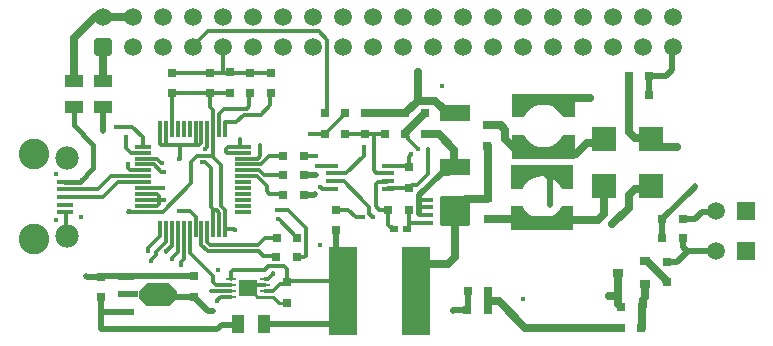
<source format=gtl>
G04*
G04 #@! TF.GenerationSoftware,Altium Limited,Altium Designer,20.2.5 (213)*
G04*
G04 Layer_Physical_Order=1*
G04 Layer_Color=255*
%FSLAX42Y42*%
%MOMM*%
G71*
G04*
G04 #@! TF.SameCoordinates,6F224850-DB23-45E0-B5EC-48CDDA7698CB*
G04*
G04*
G04 #@! TF.FilePolarity,Positive*
G04*
G01*
G75*
%ADD15C,0.25*%
%ADD18C,0.38*%
%ADD70R,0.95X0.65*%
%ADD71R,0.80X0.80*%
%ADD72R,1.48X0.30*%
%ADD73R,0.30X1.48*%
G04:AMPARAMS|DCode=74|XSize=2.4mm|YSize=7.5mm|CornerRadius=0.05mm|HoleSize=0mm|Usage=FLASHONLY|Rotation=0.000|XOffset=0mm|YOffset=0mm|HoleType=Round|Shape=RoundedRectangle|*
%AMROUNDEDRECTD74*
21,1,2.40,7.40,0,0,0.0*
21,1,2.30,7.50,0,0,0.0*
1,1,0.10,1.15,-3.70*
1,1,0.10,-1.15,-3.70*
1,1,0.10,-1.15,3.70*
1,1,0.10,1.15,3.70*
%
%ADD74ROUNDEDRECTD74*%
%ADD75R,1.40X0.60*%
%ADD76R,1.80X0.60*%
%ADD77R,0.80X0.80*%
%ADD78R,1.10X0.40*%
G04:AMPARAMS|DCode=79|XSize=0.4mm|YSize=1.1mm|CornerRadius=0.1mm|HoleSize=0mm|Usage=FLASHONLY|Rotation=90.000|XOffset=0mm|YOffset=0mm|HoleType=Round|Shape=RoundedRectangle|*
%AMROUNDEDRECTD79*
21,1,0.40,0.90,0,0,90.0*
21,1,0.20,1.10,0,0,90.0*
1,1,0.20,0.45,0.10*
1,1,0.20,0.45,-0.10*
1,1,0.20,-0.45,-0.10*
1,1,0.20,-0.45,0.10*
%
%ADD79ROUNDEDRECTD79*%
%ADD80R,0.84X0.27*%
%ADD81R,1.63X1.43*%
%ADD82R,2.60X1.40*%
G04:AMPARAMS|DCode=83|XSize=2.51mm|YSize=2.55mm|CornerRadius=0.05mm|HoleSize=0mm|Usage=FLASHONLY|Rotation=0.000|XOffset=0mm|YOffset=0mm|HoleType=Round|Shape=RoundedRectangle|*
%AMROUNDEDRECTD83*
21,1,2.51,2.45,0,0,0.0*
21,1,2.41,2.55,0,0,0.0*
1,1,0.10,1.20,-1.22*
1,1,0.10,-1.20,-1.22*
1,1,0.10,-1.20,1.22*
1,1,0.10,1.20,1.22*
%
%ADD83ROUNDEDRECTD83*%
G04:AMPARAMS|DCode=84|XSize=0.4mm|YSize=0.7mm|CornerRadius=0.1mm|HoleSize=0mm|Usage=FLASHONLY|Rotation=270.000|XOffset=0mm|YOffset=0mm|HoleType=Round|Shape=RoundedRectangle|*
%AMROUNDEDRECTD84*
21,1,0.40,0.50,0,0,270.0*
21,1,0.20,0.70,0,0,270.0*
1,1,0.20,-0.25,-0.10*
1,1,0.20,-0.25,0.10*
1,1,0.20,0.25,0.10*
1,1,0.20,0.25,-0.10*
%
%ADD84ROUNDEDRECTD84*%
%ADD85R,0.50X0.50*%
%ADD86R,1.35X0.40*%
%ADD87R,1.00X1.50*%
%ADD88R,1.50X1.00*%
%ADD89R,0.80X0.60*%
%ADD90R,2.00X2.00*%
%ADD91C,0.51*%
%ADD92C,0.64*%
%ADD93C,0.30*%
%ADD94C,0.43*%
%ADD95C,1.50*%
G04:AMPARAMS|DCode=96|XSize=1.5mm|YSize=1.5mm|CornerRadius=0.23mm|HoleSize=0mm|Usage=FLASHONLY|Rotation=0.000|XOffset=0mm|YOffset=0mm|HoleType=Round|Shape=RoundedRectangle|*
%AMROUNDEDRECTD96*
21,1,1.50,1.05,0,0,0.0*
21,1,1.05,1.50,0,0,0.0*
1,1,0.45,0.53,-0.53*
1,1,0.45,-0.53,-0.53*
1,1,0.45,-0.53,0.53*
1,1,0.45,0.53,0.53*
%
%ADD96ROUNDEDRECTD96*%
%ADD97R,1.50X1.50*%
%ADD98C,2.59*%
%ADD99C,1.97*%
%ADD100C,0.40*%
%ADD101C,0.45*%
%ADD102C,0.50*%
G36*
X1148Y455D02*
X1212Y520D01*
X1402D01*
X1468Y455D01*
Y395D01*
X1402Y330D01*
X1212D01*
X1148Y395D01*
Y455D01*
D02*
G37*
G36*
X4724Y1170D02*
X4710Y1145D01*
X4688Y1117D01*
X4660Y1095D01*
X4629Y1078D01*
X4595Y1068D01*
X4560Y1064D01*
X4525Y1068D01*
X4491Y1078D01*
X4460Y1095D01*
X4432Y1117D01*
X4410Y1145D01*
X4396Y1170D01*
X4295D01*
Y970D01*
X4825D01*
Y1170D01*
X4724D01*
D02*
G37*
G36*
Y1320D02*
X4710Y1345D01*
X4688Y1373D01*
X4660Y1395D01*
X4629Y1412D01*
X4595Y1422D01*
X4560Y1426D01*
X4525Y1422D01*
X4491Y1412D01*
X4460Y1395D01*
X4432Y1373D01*
X4410Y1345D01*
X4396Y1320D01*
X4295D01*
Y1520D01*
X4825D01*
Y1320D01*
X4724D01*
D02*
G37*
G36*
X4734Y1775D02*
X4720Y1750D01*
X4698Y1722D01*
X4670Y1700D01*
X4639Y1683D01*
X4605Y1673D01*
X4570Y1669D01*
X4535Y1673D01*
X4501Y1683D01*
X4470Y1700D01*
X4442Y1722D01*
X4420Y1750D01*
X4406Y1775D01*
X4305D01*
Y1575D01*
X4835D01*
Y1775D01*
X4734D01*
D02*
G37*
G36*
Y1925D02*
X4720Y1950D01*
X4698Y1978D01*
X4670Y2000D01*
X4639Y2017D01*
X4605Y2027D01*
X4570Y2031D01*
X4535Y2027D01*
X4501Y2017D01*
X4470Y2000D01*
X4442Y1978D01*
X4420Y1950D01*
X4406Y1925D01*
X4305D01*
Y2125D01*
X4835D01*
Y1925D01*
X4734D01*
D02*
G37*
D15*
X2145Y405D02*
X2211D01*
X2108Y443D02*
X2145Y405D01*
X2403Y355D02*
X2403Y355D01*
X2333Y355D02*
X2403D01*
X2211Y405D02*
X2283D01*
X2333Y355D01*
D18*
X525Y930D02*
X535Y920D01*
X524Y1120D02*
X525Y1119D01*
X522Y1120D02*
X524D01*
X525Y930D02*
Y1119D01*
D70*
X5202Y610D02*
D03*
X5432Y705D02*
D03*
Y515D02*
D03*
D71*
X5403Y315D02*
D03*
X5228D02*
D03*
X4102Y290D02*
D03*
X3927D02*
D03*
X4105Y457D02*
D03*
X3930D02*
D03*
X5293Y2110D02*
D03*
X5468D02*
D03*
X2485Y740D02*
D03*
X2310D02*
D03*
X2488Y905D02*
D03*
X2312D02*
D03*
X3255Y1143D02*
D03*
X3430D02*
D03*
X2542Y1432D02*
D03*
X2367D02*
D03*
X2365Y1267D02*
D03*
X2540D02*
D03*
X2365Y1598D02*
D03*
X2540D02*
D03*
X5753Y1065D02*
D03*
X5578D02*
D03*
X5293Y2275D02*
D03*
X5468D02*
D03*
X5578Y900D02*
D03*
X5753D02*
D03*
X5225Y143D02*
D03*
X5400D02*
D03*
D72*
X1176Y1675D02*
D03*
Y1625D02*
D03*
Y1575D02*
D03*
Y1525D02*
D03*
Y1475D02*
D03*
Y1425D02*
D03*
Y1375D02*
D03*
Y1325D02*
D03*
Y1275D02*
D03*
Y1225D02*
D03*
Y1175D02*
D03*
Y1125D02*
D03*
X2024D02*
D03*
Y1175D02*
D03*
Y1225D02*
D03*
Y1275D02*
D03*
Y1325D02*
D03*
Y1375D02*
D03*
Y1425D02*
D03*
Y1475D02*
D03*
Y1525D02*
D03*
Y1575D02*
D03*
Y1625D02*
D03*
Y1675D02*
D03*
D73*
X1325Y976D02*
D03*
X1375D02*
D03*
X1425D02*
D03*
X1475D02*
D03*
X1525D02*
D03*
X1575D02*
D03*
X1625D02*
D03*
X1675D02*
D03*
X1725D02*
D03*
X1775D02*
D03*
X1825D02*
D03*
X1875D02*
D03*
Y1824D02*
D03*
X1825D02*
D03*
X1775D02*
D03*
X1725D02*
D03*
X1675D02*
D03*
X1625D02*
D03*
X1575D02*
D03*
X1525D02*
D03*
X1475D02*
D03*
X1425D02*
D03*
X1375D02*
D03*
X1325D02*
D03*
D74*
X3490Y450D02*
D03*
X2870D02*
D03*
D75*
X1038Y575D02*
D03*
Y275D02*
D03*
D76*
X1057Y425D02*
D03*
D77*
X2725Y1783D02*
D03*
Y1958D02*
D03*
X5615Y528D02*
D03*
Y703D02*
D03*
X3568Y1957D02*
D03*
Y1782D02*
D03*
X2813Y1142D02*
D03*
Y967D02*
D03*
X3060Y1957D02*
D03*
Y1782D02*
D03*
X2890Y1957D02*
D03*
Y1782D02*
D03*
X2403Y530D02*
D03*
Y355D02*
D03*
X3400Y1783D02*
D03*
Y1958D02*
D03*
X4095Y1680D02*
D03*
Y1855D02*
D03*
X3430Y1328D02*
D03*
Y1503D02*
D03*
X4100Y1237D02*
D03*
Y1062D02*
D03*
X3230Y1783D02*
D03*
Y1958D02*
D03*
X1610Y577D02*
D03*
Y402D02*
D03*
X825Y576D02*
D03*
Y401D02*
D03*
X2260Y2302D02*
D03*
Y2127D02*
D03*
X2088Y2302D02*
D03*
Y2127D02*
D03*
X1425Y2302D02*
D03*
Y2127D02*
D03*
X1920Y2304D02*
D03*
Y2129D02*
D03*
X1745Y2302D02*
D03*
Y2127D02*
D03*
D78*
X3253Y1320D02*
D03*
Y1385D02*
D03*
Y1450D02*
D03*
Y1515D02*
D03*
X2783Y1320D02*
D03*
Y1385D02*
D03*
Y1450D02*
D03*
D79*
Y1515D02*
D03*
D80*
X1924Y555D02*
D03*
Y505D02*
D03*
Y455D02*
D03*
Y405D02*
D03*
X2211D02*
D03*
Y455D02*
D03*
Y505D02*
D03*
Y555D02*
D03*
D81*
X2067Y480D02*
D03*
D82*
X3820Y1500D02*
D03*
Y1960D02*
D03*
D83*
Y1130D02*
D03*
D84*
X3910Y1227D02*
D03*
Y1162D02*
D03*
Y1098D02*
D03*
Y1032D02*
D03*
X3601D02*
D03*
Y1098D02*
D03*
Y1162D02*
D03*
Y1227D02*
D03*
D85*
X4570Y1617D02*
D03*
Y2085D02*
D03*
X4560Y1012D02*
D03*
Y1480D02*
D03*
D86*
X522Y1380D02*
D03*
Y1315D02*
D03*
Y1250D02*
D03*
Y1185D02*
D03*
Y1120D02*
D03*
D87*
X1983Y175D02*
D03*
X2202D02*
D03*
D88*
X843Y2012D02*
D03*
Y2233D02*
D03*
X597Y2010D02*
D03*
Y2230D02*
D03*
D89*
X3303Y982D02*
D03*
X3412D02*
D03*
D90*
X5480Y1740D02*
D03*
X5080D02*
D03*
X5480Y1340D02*
D03*
X5080D02*
D03*
D91*
X5578Y1065D02*
X5850Y1338D01*
Y1340D01*
X3925Y290D02*
X3929Y294D01*
X3925Y290D02*
X3927D01*
X3805D02*
X3925D01*
X3803Y288D02*
X3805Y290D01*
X3929Y456D02*
X3930Y457D01*
X3929Y294D02*
Y456D01*
X5578Y900D02*
Y1065D01*
X5782Y795D02*
X6035D01*
X5615Y703D02*
X5703D01*
X5795Y795D01*
X5753Y825D02*
Y900D01*
Y825D02*
X5782Y795D01*
X6027Y1123D02*
X6035Y1130D01*
X5915Y1123D02*
X6027D01*
X5753Y1065D02*
X5858D01*
X5915Y1123D01*
X4628Y1180D02*
Y1412D01*
X4560Y1480D02*
X4628Y1412D01*
X826Y577D02*
X1609D01*
X700Y578D02*
X702Y576D01*
X3520Y1232D02*
Y1268D01*
X3775Y1455D02*
X3820Y1500D01*
X3520Y1268D02*
X3708Y1455D01*
X3775D01*
X5658Y2510D02*
X5668Y2521D01*
X5658Y2327D02*
Y2510D01*
X5468Y2275D02*
X5605D01*
X5658Y2327D01*
X2542Y1432D02*
X2642D01*
X2642Y1432D01*
X3520Y1205D02*
Y1232D01*
X3520Y1205D02*
X3520D01*
X3520Y1154D02*
Y1205D01*
Y1103D02*
Y1154D01*
X3930Y457D02*
X3930Y457D01*
X3925Y290D02*
X3925Y290D01*
X5468Y2275D02*
X5468Y2275D01*
Y2110D02*
Y2275D01*
Y2110D02*
X5468Y2110D01*
X2540Y1267D02*
X2631D01*
X2636Y1272D01*
X702Y576D02*
X825D01*
X826Y577D01*
X1609D02*
X1610Y577D01*
Y402D02*
X1728Y285D01*
X1770D01*
X825Y268D02*
Y401D01*
Y135D02*
Y268D01*
X832Y275D02*
X1038D01*
X825Y268D02*
X832Y275D01*
X1357Y412D02*
X1368Y402D01*
X1610D01*
X1973Y165D02*
X1983Y175D01*
X1810Y130D02*
X1845Y165D01*
X1973D01*
X825Y130D02*
X1810D01*
X823Y133D02*
X825Y135D01*
X843Y1808D02*
Y2012D01*
X2813Y507D02*
Y967D01*
Y507D02*
X2870Y450D01*
X2202Y175D02*
X2775D01*
X2870Y270D01*
Y450D01*
D92*
X5455Y1315D02*
X5480Y1340D01*
X5342Y1315D02*
X5455D01*
X5292Y1265D02*
X5342Y1315D01*
X5292Y1160D02*
Y1265D01*
X5150Y1018D02*
X5292Y1160D01*
X5202Y407D02*
Y610D01*
Y340D02*
Y407D01*
X5124Y409D02*
X5201D01*
X5202Y407D01*
X4102Y365D02*
X4105Y367D01*
X4102Y365D02*
Y455D01*
Y292D02*
Y365D01*
X4100Y290D02*
X4102Y292D01*
Y455D02*
X4105Y457D01*
X4105Y367D02*
X4192D01*
X4417Y143D01*
X5225D01*
X5202Y340D02*
X5228Y315D01*
X5432Y705D02*
X5447D01*
X5607Y546D01*
Y536D02*
Y546D01*
Y536D02*
X5615Y528D01*
X5431Y515D02*
X5432D01*
X5430Y514D02*
X5431Y515D01*
X5430Y400D02*
Y514D01*
X5403Y315D02*
X5411Y323D01*
Y381D01*
X5430Y400D01*
X5400Y143D02*
X5401Y144D01*
Y314D01*
X5403Y315D01*
X4612Y2088D02*
X4967D01*
X3505Y2063D02*
X3507Y2065D01*
X3400Y1958D02*
X3505Y2063D01*
X3060Y1958D02*
X3400D01*
X3825Y743D02*
Y1130D01*
X3735D02*
X3780Y1175D01*
Y1227D01*
X3505Y2063D02*
Y2310D01*
X3507Y2065D02*
X3655D01*
X5480Y1740D02*
X5548Y1672D01*
X5703D01*
X5705Y1670D01*
X5412Y1408D02*
X5480Y1340D01*
X3916Y1229D02*
X4092D01*
X3916Y1130D02*
Y1229D01*
X3825Y1130D02*
X3835Y1140D01*
X3906D01*
X3820Y1130D02*
X3825D01*
X4092Y1229D02*
X4100Y1237D01*
X3760Y678D02*
X3825Y743D01*
X3490Y450D02*
Y589D01*
X3578Y678D01*
X3760D01*
X5475Y1745D02*
X5480Y1740D01*
X5345Y1745D02*
X5475D01*
X5293Y1797D02*
Y2110D01*
Y1797D02*
X5345Y1745D01*
X3817Y1502D02*
X3820Y1500D01*
X3817Y1502D02*
Y1650D01*
X3568Y1782D02*
X3685D01*
X3817Y1650D01*
X3408Y1798D02*
X3568Y1957D01*
X3408Y1791D02*
Y1798D01*
X3400Y1783D02*
X3408Y1791D01*
X3760Y1960D02*
X3820D01*
X3655Y2065D02*
X3760Y1960D01*
X3060Y1957D02*
X3060Y1958D01*
X3400D02*
X3400Y1958D01*
X4210Y1855D02*
X4247Y1818D01*
Y1738D02*
Y1818D01*
Y1738D02*
X4333Y1652D01*
X4095Y1855D02*
X4210D01*
X4095Y1680D02*
X4098Y1677D01*
Y1240D02*
Y1677D01*
Y1240D02*
X4100Y1237D01*
X5050Y1710D02*
X5080Y1740D01*
X4938Y1710D02*
X5050D01*
X4570Y1617D02*
X4845D01*
X4938Y1710D01*
X4383Y1052D02*
X4745D01*
X5080Y1102D02*
Y1340D01*
X4747Y1055D02*
X5033D01*
X5080Y1102D01*
X4745Y1052D02*
X4747Y1055D01*
X4100Y1062D02*
X4373D01*
X4383Y1052D01*
X4105Y457D02*
X4105Y457D01*
X4100Y290D02*
X4100Y290D01*
X5293Y2275D02*
X5293Y2275D01*
Y2110D02*
Y2275D01*
Y2110D02*
X5293Y2110D01*
X842Y2775D02*
X1096D01*
X775D02*
X842D01*
X597Y2598D02*
X775Y2775D01*
X597Y2230D02*
Y2598D01*
X842Y2521D02*
X842Y2521D01*
Y2233D02*
Y2521D01*
Y2233D02*
X843Y2233D01*
D93*
X3097Y1108D02*
X3127Y1077D01*
X1858Y2302D02*
X2088D01*
X1775Y532D02*
Y580D01*
X1648Y705D02*
X1650D01*
X1775Y580D01*
X3595Y1648D02*
Y1654D01*
Y1448D02*
Y1648D01*
X2077Y480D02*
X2111Y446D01*
X2092Y505D02*
X2211D01*
X1998Y1675D02*
Y1738D01*
X1058Y1125D02*
X1176D01*
X1590Y1548D02*
X1640Y1598D01*
X1725Y1671D02*
Y1824D01*
X1640Y1598D02*
X1775D01*
X1707Y1653D02*
X1725Y1671D01*
X1705Y1542D02*
X1755Y1493D01*
X1680Y1542D02*
X1680Y1542D01*
X1705D01*
X1706Y1653D02*
X1707D01*
X1755Y1165D02*
Y1493D01*
X1590Y1368D02*
Y1548D01*
X1347Y1125D02*
X1590Y1368D01*
X1176Y1125D02*
X1347D01*
X1489Y1574D02*
X1490Y1575D01*
X1357Y1688D02*
X1490D01*
Y1575D02*
Y1688D01*
X1898Y1675D02*
X1998D01*
X2024D01*
X1998Y1675D02*
X1998Y1675D01*
X1780Y1138D02*
Y1140D01*
X1755Y1165D02*
X1780Y1140D01*
X1491Y1688D02*
X1625D01*
X1312Y1225D02*
X1350D01*
X1350Y1225D01*
X2403Y542D02*
X2778D01*
X3425Y1740D02*
Y1758D01*
Y1740D02*
X3512Y1652D01*
X3400Y1783D02*
X3425Y1758D01*
X3071Y1193D02*
X3097Y1168D01*
Y1108D02*
Y1168D01*
X2880Y1385D02*
X3071Y1194D01*
Y1193D02*
Y1194D01*
X3150Y1170D02*
X3177Y1143D01*
X3150Y1170D02*
Y1360D01*
X3177Y1143D02*
X3255D01*
X3145Y1783D02*
X3230D01*
X3060D02*
X3145D01*
X3133Y1475D02*
Y1770D01*
X3145Y1783D01*
X3157Y1450D02*
X3253D01*
X3133Y1475D02*
X3157Y1450D01*
X3036Y1081D02*
X3040Y1077D01*
X2920Y1142D02*
X2981Y1081D01*
X3036D01*
X2813Y1142D02*
X2920D01*
X3048Y1598D02*
Y1675D01*
X2900Y1450D02*
X3048Y1598D01*
X2783Y1450D02*
X2900D01*
X3430Y1590D02*
X3450Y1610D01*
X3430Y1503D02*
Y1590D01*
X3500Y1352D02*
X3595Y1448D01*
X2650Y1515D02*
X2782D01*
X2783Y1515D01*
X2540Y1598D02*
X2648D01*
X2677Y1332D02*
X2685D01*
X2698Y1320D02*
X2783D01*
X2685Y1332D02*
X2698Y1320D01*
X1068Y1475D02*
X1176D01*
X1050Y1493D02*
X1068Y1475D01*
X1050Y1493D02*
Y1532D01*
X1334Y1463D02*
X1353D01*
X1273Y1525D02*
X1334Y1463D01*
X1176Y1525D02*
X1273D01*
X1334Y1541D02*
X1338D01*
X1300Y1575D02*
X1334Y1541D01*
X1775Y1598D02*
Y1824D01*
Y1585D02*
Y1598D01*
X2173Y1683D02*
Y1688D01*
Y1593D02*
Y1683D01*
X3430Y1328D02*
X3455Y1352D01*
X3500D01*
X2783Y1385D02*
X2880D01*
X3150Y1360D02*
X3170Y1380D01*
X3248D01*
X3253Y1385D01*
Y1320D02*
X3256Y1324D01*
X3426D01*
X3430Y1328D01*
X3273Y997D02*
X3288D01*
X3255Y1015D02*
X3273Y997D01*
X3255Y1015D02*
Y1143D01*
X3288Y997D02*
X3303Y982D01*
X3430Y1038D02*
Y1143D01*
Y997D02*
Y1038D01*
X3435Y1032D02*
X3601D01*
X3430Y1038D02*
X3435Y1032D01*
X3415Y982D02*
X3430Y997D01*
X3412Y982D02*
X3415D01*
X3525Y1227D02*
X3601D01*
X3520Y1232D02*
X3525Y1227D01*
X3528Y1162D02*
X3601D01*
X3520Y1154D02*
X3528Y1162D01*
X3520Y1103D02*
X3525Y1098D01*
X3601D01*
X2667Y2652D02*
X2742Y2577D01*
X2725Y1958D02*
X2742Y1975D01*
Y2577D01*
X1733Y2652D02*
X2667D01*
X1604Y2521D02*
Y2524D01*
X1733Y2652D01*
X2724Y1781D02*
X2725Y1783D01*
X2596Y1781D02*
X2724D01*
X2595Y1780D02*
X2596Y1781D01*
X1488Y1132D02*
X1575D01*
X1485D02*
X1488D01*
X2317Y1143D02*
X2409D01*
X2333Y1060D02*
X2488Y905D01*
X2320Y1060D02*
X2333D01*
X2409Y1143D02*
X2561Y991D01*
Y753D02*
Y991D01*
X2547Y740D02*
X2561Y753D01*
X1959Y968D02*
X1962D01*
X1951Y976D02*
X1959Y968D01*
X1875Y976D02*
X1951D01*
X1377Y788D02*
X1425Y835D01*
X1375Y785D02*
X1377Y788D01*
X3417Y1515D02*
X3430Y1503D01*
X3253Y1515D02*
X3417D01*
X3060Y1782D02*
X3060Y1783D01*
X3230D02*
X3230Y1783D01*
X2725Y1783D02*
X2865Y1923D01*
Y1933D01*
X2890Y1957D01*
Y1782D02*
X3060D01*
X1625Y976D02*
Y1082D01*
X1575Y1132D02*
X1625Y1082D01*
X1312Y1225D02*
Y1257D01*
Y1193D02*
Y1225D01*
X1176D02*
X1312D01*
X1176Y1175D02*
X1295D01*
X1312Y1193D01*
X1176Y1275D02*
X1295D01*
X1312Y1257D01*
X1347Y1325D02*
X1348Y1325D01*
X1176Y1325D02*
X1347D01*
X1176Y1525D02*
X1176Y1525D01*
X1625Y1694D02*
Y1824D01*
Y1694D02*
X1631Y1688D01*
X1657D01*
X1625Y1824D02*
X1625Y1823D01*
X1657Y1688D02*
X1675Y1706D01*
Y1824D01*
X1625Y1756D02*
Y1823D01*
X1760Y453D02*
X1762Y455D01*
X2280Y599D02*
Y603D01*
X2485Y740D02*
X2547D01*
X1498Y672D02*
X1500Y675D01*
Y698D01*
X1525Y722D01*
X1248Y710D02*
Y714D01*
X1290Y756D01*
Y785D01*
X1762Y455D02*
X1924D01*
X1838Y405D02*
X1924D01*
X1808Y375D02*
X1838Y405D01*
X2378Y509D02*
X2403Y534D01*
X2398Y548D02*
X2403Y542D01*
X2398Y548D02*
Y640D01*
X2242Y662D02*
X2375D01*
X2398Y640D01*
X2215Y635D02*
X2242Y662D01*
X1942Y635D02*
X2215D01*
X2236Y555D02*
X2280Y599D01*
X2211Y555D02*
X2236D01*
X2285Y455D02*
X2339Y509D01*
X2403Y534D02*
Y542D01*
X2339Y509D02*
X2378D01*
X1924Y555D02*
Y616D01*
X1942Y635D01*
X1802Y505D02*
X1924D01*
X1775Y532D02*
X1802Y505D01*
X1575Y778D02*
Y976D01*
Y778D02*
X1648Y705D01*
X1525Y722D02*
Y976D01*
X1475Y782D02*
Y976D01*
X1438Y745D02*
X1475Y782D01*
X1425Y835D02*
Y976D01*
X1375Y870D02*
Y976D01*
X1290Y785D02*
X1375Y870D01*
X1325Y918D02*
Y976D01*
X1223Y815D02*
X1325Y918D01*
X1223Y788D02*
Y815D01*
X2300Y750D02*
X2310Y740D01*
X2198Y750D02*
X2300D01*
X1730Y788D02*
X2160D01*
X2198Y750D01*
X1675Y843D02*
X1730Y788D01*
X1748Y843D02*
X2155D01*
X1725Y865D02*
X1748Y843D01*
X1725Y865D02*
Y976D01*
X1675Y843D02*
Y976D01*
X2217Y905D02*
X2312D01*
X2155Y843D02*
X2217Y905D01*
X1775Y976D02*
Y1132D01*
X1780Y1138D01*
X1825Y976D02*
Y1118D01*
X1805Y1138D02*
X1825Y1118D01*
X1780Y1138D02*
X1805D01*
X1842Y1169D02*
Y1518D01*
Y1169D02*
X1875Y1136D01*
Y976D02*
Y1136D01*
X1775Y1585D02*
X1842Y1518D01*
X1880Y1633D02*
X1888Y1625D01*
X2024D01*
X1880Y1633D02*
Y1657D01*
X1898Y1675D01*
X2088Y2302D02*
X2088Y2302D01*
X2260D01*
X2260Y2302D01*
X1745Y2302D02*
X1858D01*
Y2520D02*
X1858Y2521D01*
X1858Y2302D02*
Y2520D01*
X1425Y2302D02*
X1745D01*
X1425Y2127D02*
X1745D01*
X1375Y1706D02*
Y1824D01*
X1325Y1695D02*
Y1824D01*
X1357Y1688D02*
X1375Y1706D01*
X1332Y1688D02*
X1357D01*
X1325Y1695D02*
X1332Y1688D01*
X1176Y1575D02*
X1300D01*
X1057Y1125D02*
X1058Y1125D01*
X955Y1840D02*
X1090D01*
X1176Y1475D02*
X1176Y1475D01*
X2778Y542D02*
X2813Y507D01*
X2211Y455D02*
X2285D01*
X2067Y480D02*
X2077D01*
X2067D02*
X2092Y505D01*
X522Y1315D02*
X797D01*
X907Y1425D01*
X1176D01*
X2024Y1575D02*
X2155D01*
X2173Y1593D01*
X1035Y1665D02*
Y1752D01*
X1176Y1625D02*
X1176Y1625D01*
X1075Y1625D02*
X1176D01*
X1035Y1665D02*
X1075Y1625D01*
X1176Y1675D02*
Y1754D01*
X1090Y1840D02*
X1176Y1754D01*
X2357Y1275D02*
X2365Y1267D01*
X2250Y1275D02*
X2357D01*
X2227Y1298D02*
X2250Y1275D01*
X2143Y1425D02*
X2227Y1340D01*
Y1298D02*
Y1340D01*
X2024Y1425D02*
X2143D01*
X2367Y1432D02*
X2367Y1432D01*
X2208Y1432D02*
X2367D01*
X2024Y1475D02*
X2165D01*
X2208Y1432D01*
X2360Y1593D02*
X2365Y1598D01*
X2248Y1593D02*
X2360D01*
X2180Y1525D02*
X2248Y1593D01*
X2024Y1525D02*
X2180D01*
X2255Y2123D02*
X2260Y2127D01*
X2255Y2025D02*
Y2123D01*
X1970Y1882D02*
X2034Y1947D01*
X2177D01*
X2255Y2025D01*
X1875Y1824D02*
Y1882D01*
X1875Y1882D01*
X1970D01*
X2080Y2120D02*
X2088Y2127D01*
X2080Y2017D02*
Y2120D01*
X1870Y1995D02*
X2058D01*
X2080Y2017D01*
X1825Y1824D02*
Y1950D01*
X1870Y1995D01*
X1745Y2127D02*
X1746Y2128D01*
X1919D01*
X1920Y2129D01*
X1745Y2012D02*
Y2127D01*
X1775Y1824D02*
Y1983D01*
X1745Y2012D02*
X1775Y1983D01*
X1425Y1824D02*
X1425Y1824D01*
Y2127D01*
X1425Y2127D01*
X965Y1375D02*
X1176D01*
X840Y1250D02*
X965Y1375D01*
X522Y1250D02*
X840D01*
D94*
X647Y1380D02*
X760Y1493D01*
X522Y1380D02*
X647D01*
X593Y1860D02*
X760Y1692D01*
X593Y1860D02*
Y2005D01*
X760Y1493D02*
Y1692D01*
X593Y2005D02*
X597Y2010D01*
D95*
X4144Y2775D02*
D03*
X4398D02*
D03*
X4652D02*
D03*
X4906D02*
D03*
X5668D02*
D03*
X5414D02*
D03*
X5160D02*
D03*
Y2521D02*
D03*
X5414D02*
D03*
X5668D02*
D03*
X4906D02*
D03*
X4652D02*
D03*
X4398D02*
D03*
X4144D02*
D03*
X2112D02*
D03*
X1096D02*
D03*
X2366D02*
D03*
X1350D02*
D03*
X2620D02*
D03*
X1604D02*
D03*
X2874D02*
D03*
X1858D02*
D03*
X3128D02*
D03*
X3890D02*
D03*
X3636D02*
D03*
X3382D02*
D03*
Y2775D02*
D03*
X3636D02*
D03*
X3890D02*
D03*
X3128D02*
D03*
X1858D02*
D03*
X2874D02*
D03*
X1604D02*
D03*
X2620D02*
D03*
X1350D02*
D03*
X2366D02*
D03*
X1096D02*
D03*
X2112D02*
D03*
X842D02*
D03*
X6035Y1130D02*
D03*
X6035Y795D02*
D03*
D96*
X842Y2521D02*
D03*
D97*
X6289Y1130D02*
D03*
X6289Y795D02*
D03*
D98*
X255Y1610D02*
D03*
Y890D02*
D03*
D99*
X535Y1580D02*
D03*
Y920D02*
D03*
D100*
X445Y1445D02*
D03*
Y1055D02*
D03*
D101*
X3803Y288D02*
D03*
X5124Y409D02*
D03*
X4580Y142D02*
D03*
X4400Y390D02*
D03*
X5150Y1018D02*
D03*
X5850Y1339D02*
D03*
X4967Y2090D02*
D03*
X4628Y1180D02*
D03*
X3715Y2185D02*
D03*
X1817Y630D02*
D03*
X3506Y2317D02*
D03*
X2110Y518D02*
D03*
X653Y1082D02*
D03*
X1680Y1542D02*
D03*
X1706Y1653D02*
D03*
X1489Y1574D02*
D03*
X1360Y1225D02*
D03*
X1998Y1733D02*
D03*
X2512Y173D02*
D03*
X2108Y443D02*
D03*
X2020D02*
D03*
X2023Y515D02*
D03*
X3512Y1652D02*
D03*
X3130Y1080D02*
D03*
X3042D02*
D03*
X3048Y1675D02*
D03*
X3450Y1610D02*
D03*
X3595Y1648D02*
D03*
X2650Y1515D02*
D03*
X2648Y1595D02*
D03*
X2677Y1332D02*
D03*
X5705Y1670D02*
D03*
X1338Y1541D02*
D03*
X1355Y1457D02*
D03*
X1775Y1598D02*
D03*
X2642Y1432D02*
D03*
X2595Y1780D02*
D03*
X2317Y1143D02*
D03*
X1488Y1132D02*
D03*
X2320Y1060D02*
D03*
X2636Y1272D02*
D03*
X1962Y968D02*
D03*
X1377Y788D02*
D03*
X2679Y845D02*
D03*
X700Y575D02*
D03*
X1352Y1323D02*
D03*
X1498Y672D02*
D03*
X1770Y285D02*
D03*
X1248Y710D02*
D03*
X1223Y788D02*
D03*
X1425Y728D02*
D03*
X1808Y370D02*
D03*
X1762Y450D02*
D03*
X2283Y600D02*
D03*
X1060Y1127D02*
D03*
X825Y130D02*
D03*
X843Y1808D02*
D03*
X660Y1390D02*
D03*
X955Y1840D02*
D03*
X1050Y1532D02*
D03*
X1035Y1758D02*
D03*
X2173Y1683D02*
D03*
D102*
X3780Y1227D02*
D03*
X3871D02*
D03*
Y1032D02*
D03*
X3825Y1130D02*
D03*
X3780Y1032D02*
D03*
X3735Y1130D02*
D03*
X3916D02*
D03*
M02*

</source>
